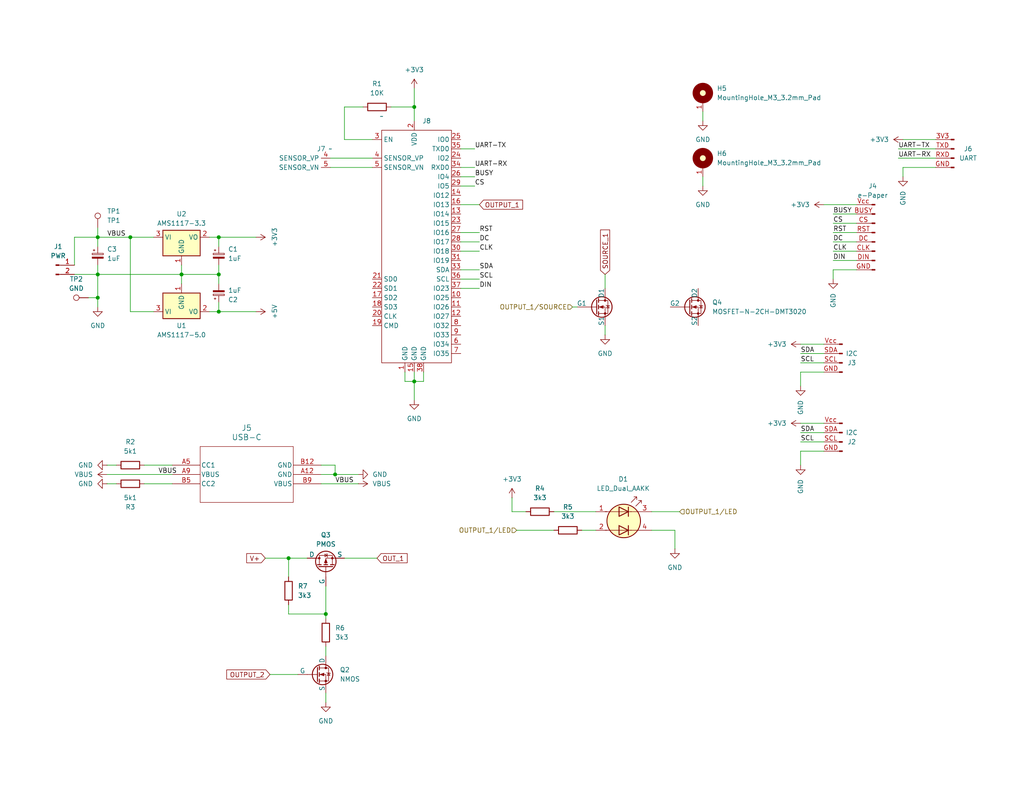
<source format=kicad_sch>
(kicad_sch (version 20231120) (generator "eeschema") (generator_version "8.0")
  (paper "USLetter")
  (title_block (title "ESP32-WROOM-32D Automation Board") (date "2024-01-15") (company "CEGEP Heritage College") (comment 1 "Alexander Bobkov"))
  (lib_symbols
    (symbol "+3V3_1" (power) (pin_numbers hide) (pin_names (offset 0) hide)
      (property "Value" "+3V3" (at 0 3.556 0))
      (symbol "+3V3_1_0_1"
        (polyline (pts (xy -0.762 1.27) (xy 0 2.54)))
        (polyline (pts (xy 0 0) (xy 0 2.54)))
        (polyline (pts (xy 0 2.54) (xy 0.762 1.27)))
      )
      (symbol "+3V3_1_1_1"
        (pin power_in line (at 0 0 90) (length 0) (name "~") (number "1"))
      )
    )
    (symbol "Alexander Symbol Library:MOSFET-N-2CH-DMT3020" (pin_numbers hide) (pin_names (offset 0))
      (property "Reference" "Q" (at 5.08 1.27 0))
      (property "Value" "MOSFET-N-2CH-DMT3020" (at -11.176 12.7 0))
      (symbol "MOSFET-N-2CH-DMT3020_0_1"
        (polyline (pts (xy 0.254 0) (xy -2.54 0)))
        (polyline (pts (xy 0.254 1.905) (xy 0.254 -1.905)) (stroke (width 0.254)))
        (polyline (pts (xy 0.762 -1.27) (xy 0.762 -2.286)) (stroke (width 0.254)))
        (polyline (pts (xy 0.762 0.508) (xy 0.762 -0.508)) (stroke (width 0.254)))
        (polyline (pts (xy 0.762 2.286) (xy 0.762 1.27)) (stroke (width 0.254)))
        (polyline (pts (xy 2.54 2.54) (xy 2.54 1.778)))
        (polyline (pts (xy 25.654 0) (xy 22.86 0)))
        (polyline (pts (xy 25.654 1.905) (xy 25.654 -1.905)) (stroke (width 0.254)))
        (polyline (pts (xy 26.162 -1.27) (xy 26.162 -2.286)) (stroke (width 0.254)))
        (polyline (pts (xy 26.162 0.508) (xy 26.162 -0.508)) (stroke (width 0.254)))
        (polyline (pts (xy 26.162 2.286) (xy 26.162 1.27)) (stroke (width 0.254)))
        (polyline (pts (xy 27.94 2.54) (xy 27.94 1.778)))
        (polyline (pts (xy 2.54 -2.54) (xy 2.54 0) (xy 0.762 0)))
        (polyline (pts (xy 27.94 -2.54) (xy 27.94 0) (xy 26.162 0)))
        (polyline (pts (xy 0.762 -1.778) (xy 3.302 -1.778) (xy 3.302 1.778) (xy 0.762 1.778)))
        (polyline (pts (xy 1.016 0) (xy 2.032 0.381) (xy 2.032 -0.381) (xy 1.016 0)) (fill (type outline)))
        (polyline (pts (xy 2.794 0.508) (xy 2.921 0.381) (xy 3.683 0.381) (xy 3.81 0.254)))
        (polyline (pts (xy 3.302 0.381) (xy 2.921 -0.254) (xy 3.683 -0.254) (xy 3.302 0.381)))
        (polyline (pts (xy 26.162 -1.778) (xy 28.702 -1.778) (xy 28.702 1.778) (xy 26.162 1.778)))
        (polyline (pts (xy 26.416 0) (xy 27.432 0.381) (xy 27.432 -0.381) (xy 26.416 0)) (fill (type outline)))
        (polyline (pts (xy 28.194 0.508) (xy 28.321 0.381) (xy 29.083 0.381) (xy 29.21 0.254)))
        (polyline (pts (xy 28.702 0.381) (xy 28.321 -0.254) (xy 29.083 -0.254) (xy 28.702 0.381)))
        (circle (center 1.651 0) (radius 2.794) (stroke (width 0.254)))
        (circle (center 2.54 -1.778) (radius 0.254) (fill (type outline)))
        (circle (center 2.54 1.778) (radius 0.254) (fill (type outline)))
        (circle (center 27.051 0) (radius 2.794) (stroke (width 0.254)))
        (circle (center 27.94 -1.778) (radius 0.254) (fill (type outline)))
        (circle (center 27.94 1.778) (radius 0.254) (fill (type outline)))
      )
      (symbol "MOSFET-N-2CH-DMT3020_1_0"
        (pin passive line (at 27.94 5.08 270) (length 2.54) hide (name "D2") (number "5"))
        (pin passive line (at 2.54 5.08 270) (length 2.54) hide (name "D1") (number "7"))
      )
      (symbol "MOSFET-N-2CH-DMT3020_1_1"
        (pin passive line (at 2.54 -5.08 90) (length 2.54) (name "S1") (number "1"))
        (pin input line (at -5.08 0 0) (length 2.54) (name "G1") (number "2"))
        (pin passive line (at 27.94 -5.08 90) (length 2.54) (name "S2") (number "3"))
        (pin input line (at 20.32 0 0) (length 2.54) (name "G2") (number "4"))
        (pin passive line (at 27.94 5.08 270) (length 2.54) (name "D2") (number "6"))
        (pin passive line (at 2.54 5.08 270) (length 2.54) (name "D1") (number "8"))
      )
    )
    (symbol "Alexander_Library_Symbols:Conn_I2C_01x04" (pin_names (offset 1.016) hide)
      (property "Reference" "J" (at 0 5.08 0))
      (property "Value" "I2C" (at 0 -7.62 0))
      (symbol "Conn_I2C_01x04_1_1"
        (polyline (pts (xy 1.27 -5.08) (xy 0.8636 -5.08)) (stroke (width 0.1524)))
        (polyline (pts (xy 1.27 -2.54) (xy 0.8636 -2.54)) (stroke (width 0.1524)))
        (polyline (pts (xy 1.27 0) (xy 0.8636 0)) (stroke (width 0.1524)))
        (polyline (pts (xy 1.27 2.54) (xy 0.8636 2.54)) (stroke (width 0.1524)))
        (rectangle (start 0.8636 -4.953) (end 0 -5.207) (stroke (width 0.1524)) (fill (type outline)))
        (rectangle (start 0.8636 -2.413) (end 0 -2.667) (stroke (width 0.1524)) (fill (type outline)))
        (rectangle (start 0.8636 0.127) (end 0 -0.127) (stroke (width 0.1524)) (fill (type outline)))
        (rectangle (start 0.8636 2.667) (end 0 2.413) (stroke (width 0.1524)) (fill (type outline)))
        (pin power_out line (at 5.08 -5.08 180) (length 3.81) (name "GND") (number "GND"))
        (pin bidirectional line (at 5.08 -2.54 180) (length 3.81) (name "SCL") (number "SCL"))
        (pin bidirectional line (at 5.08 0 180) (length 3.81) (name "SDA") (number "SDA"))
        (pin power_in line (at 5.08 2.54 180) (length 3.81) (name "VCC") (number "Vcc"))
      )
    )
    (symbol "Alexander_Library_Symbols:ESP32-WROOM-32D-SOCKET"
      (property "Reference" "J8" (at 11.0841 -1.27 0))
      (property "Value" "~" (at 0 0 0))
      (symbol "ESP32-WROOM-32D-SOCKET_0_1"
        (rectangle (start 0 -3.81) (end 19.05 -67.31))
      )
      (symbol "ESP32-WROOM-32D-SOCKET_1_0"
        (pin power_out line (at 8.89 -69.85 90) (length 2.54) (name "GND") (number "15"))
        (pin power_out line (at 11.43 -69.85 90) (length 2.54) (name "GND") (number "38"))
      )
      (symbol "ESP32-WROOM-32D-SOCKET_1_1"
        (pin power_out line (at 6.35 -69.85 90) (length 2.54) (name "GND") (number "1"))
        (pin bidirectional line (at 21.59 -49.53 180) (length 2.54) (name "IO25") (number "10"))
        (pin bidirectional line (at 21.59 -52.07 180) (length 2.54) (name "IO26") (number "11"))
        (pin bidirectional line (at 21.59 -54.61 180) (length 2.54) (name "IO27") (number "12"))
        (pin bidirectional line (at 21.59 -26.67 180) (length 2.54) (name "IO14") (number "13"))
        (pin bidirectional line (at 21.59 -21.59 180) (length 2.54) (name "IO12") (number "14"))
        (pin bidirectional line (at 21.59 -24.13 180) (length 2.54) (name "IO13") (number "16"))
        (pin input line (at -2.54 -49.53 0) (length 2.54) (name "SD2") (number "17"))
        (pin input line (at -2.54 -52.07 0) (length 2.54) (name "SD3") (number "18"))
        (pin input line (at -2.54 -57.15 0) (length 2.54) (name "CMD") (number "19"))
        (pin power_in line (at 8.89 -1.27 270) (length 2.54) (name "VDD") (number "2"))
        (pin input line (at -2.54 -54.61 0) (length 2.54) (name "CLK") (number "20"))
        (pin input line (at -2.54 -44.45 0) (length 2.54) (name "SD0") (number "21"))
        (pin input line (at -2.54 -46.99 0) (length 2.54) (name "SD1") (number "22"))
        (pin bidirectional line (at 21.59 -29.21 180) (length 2.54) (name "IO15") (number "23"))
        (pin bidirectional line (at 21.59 -11.43 180) (length 2.54) (name "IO2") (number "24"))
        (pin bidirectional line (at 21.59 -6.35 180) (length 2.54) (name "IO0") (number "25"))
        (pin bidirectional line (at 21.59 -16.51 180) (length 2.54) (name "IO4") (number "26"))
        (pin bidirectional line (at 21.59 -31.75 180) (length 2.54) (name "IO16") (number "27"))
        (pin bidirectional line (at 21.59 -34.29 180) (length 2.54) (name "IO17") (number "28"))
        (pin bidirectional line (at 21.59 -19.05 180) (length 2.54) (name "IO5") (number "29"))
        (pin input line (at -2.54 -6.35 0) (length 2.54) (name "EN") (number "3"))
        (pin bidirectional line (at 21.59 -36.83 180) (length 2.54) (name "IO18") (number "30"))
        (pin bidirectional line (at 21.59 -39.37 180) (length 2.54) (name "IO19") (number "31"))
        (pin bidirectional line (at 21.59 -41.91 180) (length 2.54) (name "SDA") (number "33"))
        (pin input line (at 21.59 -13.97 180) (length 2.54) (name "RXD0") (number "34"))
        (pin output line (at 21.59 -8.89 180) (length 2.54) (name "TXD0") (number "35"))
        (pin bidirectional line (at 21.59 -44.45 180) (length 2.54) (name "SCL") (number "36"))
        (pin bidirectional line (at 21.59 -46.99 180) (length 2.54) (name "IO23") (number "37"))
        (pin input line (at -2.54 -11.43 0) (length 2.54) (name "SENSOR_VP") (number "4"))
        (pin input line (at -2.54 -13.97 0) (length 2.54) (name "SENSOR_VN") (number "5"))
        (pin bidirectional line (at 21.59 -62.23 180) (length 2.54) (name "IO34") (number "6"))
        (pin bidirectional line (at 21.59 -64.77 180) (length 2.54) (name "IO35") (number "7"))
        (pin bidirectional line (at 21.59 -57.15 180) (length 2.54) (name "IO32") (number "8"))
        (pin bidirectional line (at 21.59 -59.69 180) (length 2.54) (name "IO33") (number "9"))
      )
    )
    (symbol "Alexander_Library_Symbols:ESP32_PADS_VN-VP"
      (property "Reference" "J" (at 0 0 0))
      (symbol "ESP32_PADS_VN-VP_1_1"
        (pin bidirectional line (at 0 -2.54 180) (length 2.54) (name "SENSOR_VP") (number "4"))
        (pin bidirectional line (at 0 -5.08 180) (length 2.54) (name "SENSOR_VN") (number "5"))
      )
    )
    (symbol "Alexander_Library_Symbols:USB-C RCP USB2.0 6POS (B)" (pin_names (offset 0.254))
      (property "Reference" "J" (at 20.32 10.16 0))
      (property "Value" "USB-C" (at 20.32 7.62 0))
      (symbol "USB-C RCP USB2.0 6POS (B)_0_1"
        (polyline (pts (xy 7.62 -10.16) (xy 33.02 -10.16)) (stroke (width 0.127)))
        (polyline (pts (xy 7.62 5.08) (xy 7.62 -10.16)) (stroke (width 0.127)))
        (polyline (pts (xy 33.02 -10.16) (xy 33.02 5.08)) (stroke (width 0.127)))
        (polyline (pts (xy 33.02 5.08) (xy 7.62 5.08)) (stroke (width 0.127)))
        (pin power_out line (at 40.64 -2.54 180) (length 7.62) (name "GND") (number "A12"))
        (pin bidirectional line (at 0 0 0) (length 7.62) (name "CC1") (number "A5"))
        (pin power_in line (at 0 -2.54 0) (length 7.62) (name "VBUS") (number "A9"))
        (pin power_out line (at 40.64 0 180) (length 7.62) (name "GND") (number "B12"))
        (pin bidirectional line (at 0 -5.08 0) (length 7.62) (name "CC2") (number "B5"))
        (pin power_in line (at 40.64 -5.08 180) (length 7.62) (name "VBUS") (number "B9"))
      )
    )
    (symbol "Conn_UART_1" (pin_names (offset 1.016) hide)
      (property "Reference" "J" (at 1.27 3.81 0))
      (property "Value" "UART" (at 2.54 -10.16 0))
      (symbol "Conn_UART_1_1_1"
        (polyline (pts (xy 1.27 -7.62) (xy 0.8636 -7.62)) (stroke (width 0.1524)))
        (polyline (pts (xy 1.27 -5.08) (xy 0.8636 -5.08)) (stroke (width 0.1524)))
        (polyline (pts (xy 1.27 -2.54) (xy 0.8636 -2.54)) (stroke (width 0.1524)))
        (polyline (pts (xy 1.27 0) (xy 0.8636 0)) (stroke (width 0.1524)))
        (rectangle (start 0.8636 -7.493) (end 0 -7.747) (stroke (width 0.1524)) (fill (type outline)))
        (rectangle (start 0.8636 -4.953) (end 0 -5.207) (stroke (width 0.1524)) (fill (type outline)))
        (rectangle (start 0.8636 -2.413) (end 0 -2.667) (stroke (width 0.1524)) (fill (type outline)))
        (rectangle (start 0.8636 0.127) (end 0 -0.127) (stroke (width 0.1524)) (fill (type outline)))
        (pin power_in line (at 5.08 0 180) (length 3.81) (name "3V3") (number "3V3"))
        (pin power_out line (at 5.08 -7.62 180) (length 3.81) (name "GND") (number "GND"))
        (pin input line (at 5.08 -5.08 180) (length 3.81) (name "RXD") (number "RXD"))
        (pin output line (at 5.08 -2.54 180) (length 3.81) (name "TXD") (number "TXD"))
      )
    )
    (symbol "Conn_ePaper_01x08_1" (pin_names (offset 1.016) hide)
      (property "Reference" "J" (at 0 10.16 0))
      (property "Value" "e-Paper" (at 3.81 -12.7 0))
      (symbol "Conn_ePaper_01x08_1_1_1"
        (polyline (pts (xy 1.27 -10.16) (xy 0.8636 -10.16)) (stroke (width 0.1524)))
        (polyline (pts (xy 1.27 -7.62) (xy 0.8636 -7.62)) (stroke (width 0.1524)))
        (polyline (pts (xy 1.27 -5.08) (xy 0.8636 -5.08)) (stroke (width 0.1524)))
        (polyline (pts (xy 1.27 -2.54) (xy 0.8636 -2.54)) (stroke (width 0.1524)))
        (polyline (pts (xy 1.27 0) (xy 0.8636 0)) (stroke (width 0.1524)))
        (polyline (pts (xy 1.27 2.54) (xy 0.8636 2.54)) (stroke (width 0.1524)))
        (polyline (pts (xy 1.27 5.08) (xy 0.8636 5.08)) (stroke (width 0.1524)))
        (polyline (pts (xy 1.27 7.62) (xy 0.8636 7.62)) (stroke (width 0.1524)))
        (rectangle (start 0.8636 -10.033) (end 0 -10.287) (stroke (width 0.1524)) (fill (type outline)))
        (rectangle (start 0.8636 -7.493) (end 0 -7.747) (stroke (width 0.1524)) (fill (type outline)))
        (rectangle (start 0.8636 -4.953) (end 0 -5.207) (stroke (width 0.1524)) (fill (type outline)))
        (rectangle (start 0.8636 -2.413) (end 0 -2.667) (stroke (width 0.1524)) (fill (type outline)))
        (rectangle (start 0.8636 0.127) (end 0 -0.127) (stroke (width 0.1524)) (fill (type outline)))
        (rectangle (start 0.8636 2.667) (end 0 2.413) (stroke (width 0.1524)) (fill (type outline)))
        (rectangle (start 0.8636 5.207) (end 0 4.953) (stroke (width 0.1524)) (fill (type outline)))
        (rectangle (start 0.8636 7.747) (end 0 7.493) (stroke (width 0.1524)) (fill (type outline)))
        (pin bidirectional line (at 5.08 5.08 180) (length 3.81) (name "BUSY") (number "BUSY"))
        (pin input line (at 5.08 -5.08 180) (length 3.81) (name "CLK") (number "CLK"))
        (pin input line (at 5.08 2.54 180) (length 3.81) (name "CS") (number "CS"))
        (pin bidirectional line (at 5.08 -2.54 180) (length 3.81) (name "DC") (number "DC"))
        (pin bidirectional line (at 5.08 -7.62 180) (length 3.81) (name "DIN") (number "DIN"))
        (pin power_out line (at 5.08 -10.16 180) (length 3.81) (name "GND") (number "GND"))
        (pin input line (at 5.08 0 180) (length 3.81) (name "RST") (number "RST"))
        (pin power_in line (at 5.08 7.62 180) (length 3.81) (name "Vcc") (number "Vcc"))
      )
    )
    (symbol "Connector:Conn_01x02_Pin" (pin_names (offset 1.016) hide)
      (property "Reference" "J" (at 0 2.54 0))
      (property "Value" "Conn_01x02_Pin" (at 0 -5.08 0))
      (symbol "Conn_01x02_Pin_1_1"
        (polyline (pts (xy 1.27 -2.54) (xy 0.8636 -2.54)) (stroke (width 0.1524)))
        (polyline (pts (xy 1.27 0) (xy 0.8636 0)) (stroke (width 0.1524)))
        (rectangle (start 0.8636 -2.413) (end 0 -2.667) (stroke (width 0.1524)) (fill (type outline)))
        (rectangle (start 0.8636 0.127) (end 0 -0.127) (stroke (width 0.1524)) (fill (type outline)))
        (pin passive line (at 5.08 0 180) (length 3.81) (name "Pin_1") (number "1"))
        (pin passive line (at 5.08 -2.54 180) (length 3.81) (name "Pin_2") (number "2"))
      )
    )
    (symbol "Connector:TestPoint" (pin_numbers hide) (pin_names (offset 0.762) hide)
      (property "Reference" "TP" (at 0 6.858 0))
      (property "Value" "TestPoint" (at 0 5.08 0))
      (symbol "TestPoint_0_1"
        (circle (center 0 3.302) (radius 0.762))
      )
      (symbol "TestPoint_1_1"
        (pin passive line (at 0 0 90) (length 2.54) (name "1") (number "1"))
      )
    )
    (symbol "Device:C_Polarized_Small" (pin_numbers hide) (pin_names (offset 0.254) hide)
      (property "Reference" "C" (at 0.254 1.778 0))
      (property "Value" "C_Polarized_Small" (at 0.254 -2.032 0))
      (symbol "C_Polarized_Small_0_1"
        (rectangle (start -1.524 -0.3048) (end 1.524 -0.6858) (fill (type outline)))
        (rectangle (start -1.524 0.6858) (end 1.524 0.3048))
        (polyline (pts (xy -1.27 1.524) (xy -0.762 1.524)))
        (polyline (pts (xy -1.016 1.27) (xy -1.016 1.778)))
      )
      (symbol "C_Polarized_Small_1_1"
        (pin passive line (at 0 2.54 270) (length 1.8542) (name "~") (number "1"))
        (pin passive line (at 0 -2.54 90) (length 1.8542) (name "~") (number "2"))
      )
    )
    (symbol "Device:LED_Dual_AAKK" (pin_names (offset 0) hide)
      (property "Reference" "D" (at 0 5.715 0))
      (property "Value" "LED_Dual_AAKK" (at 0 -6.35 0))
      (symbol "LED_Dual_AAKK_0_1"
        (polyline (pts (xy -5.08 -2.54) (xy 2.032 -2.54)))
        (polyline (pts (xy -5.08 2.54) (xy 2.032 2.54)))
        (polyline (pts (xy 1.27 -1.27) (xy 1.27 -3.81)) (stroke (width 0.254)))
        (polyline (pts (xy 1.27 3.81) (xy 1.27 1.27)) (stroke (width 0.254)))
        (polyline (pts (xy 3.81 -2.54) (xy 1.905 -2.54)))
        (polyline (pts (xy 3.81 2.54) (xy 1.905 2.54)))
        (polyline (pts (xy -1.27 -1.27) (xy -1.27 -3.81) (xy 1.27 -2.54) (xy -1.27 -1.27)) (stroke (width 0.254)))
        (polyline (pts (xy -1.27 3.81) (xy -1.27 1.27) (xy 1.27 2.54) (xy -1.27 3.81)) (stroke (width 0.254)))
        (polyline (pts (xy 2.032 5.08) (xy 3.556 6.604) (xy 2.794 6.604) (xy 3.556 6.604) (xy 3.556 5.842)))
        (polyline (pts (xy 3.302 4.064) (xy 4.826 5.588) (xy 4.064 5.588) (xy 4.826 5.588) (xy 4.826 4.826)))
        (circle (center 0 0) (radius 4.572) (stroke (width 0.254)) (fill (type background)))
      )
      (symbol "LED_Dual_AAKK_1_1"
        (pin input line (at -7.62 2.54 0) (length 3.048) (name "A1") (number "1"))
        (pin input line (at -7.62 -2.54 0) (length 3.048) (name "A2") (number "2"))
        (pin input line (at 7.62 2.54 180) (length 3.81) (name "K1") (number "3"))
        (pin input line (at 7.62 -2.54 180) (length 3.81) (name "K2") (number "4"))
      )
    )
    (symbol "Device:R" (pin_numbers hide) (pin_names (offset 0))
      (property "Reference" "R" (at 2.032 0 90))
      (property "Value" "R" (at 0 0 90))
      (symbol "R_0_1"
        (rectangle (start -1.016 -2.54) (end 1.016 2.54) (stroke (width 0.254)))
      )
      (symbol "R_1_1"
        (pin passive line (at 0 3.81 270) (length 1.27) (name "~") (number "1"))
        (pin passive line (at 0 -3.81 90) (length 1.27) (name "~") (number "2"))
      )
    )
    (symbol "GND_1" (power) (pin_numbers hide) (pin_names (offset 0) hide)
      (property "Value" "GND" (at 0 -3.81 0))
      (symbol "GND_1_0_1"
        (polyline (pts (xy 0 0) (xy 0 -1.27) (xy 1.27 -1.27) (xy 0 -2.54) (xy -1.27 -1.27) (xy 0 -1.27)))
      )
      (symbol "GND_1_1_1"
        (pin power_in line (at 0 0 270) (length 0) (name "~") (number "1"))
      )
    )
    (symbol "GND_2" (power) (pin_numbers hide) (pin_names (offset 0) hide)
      (property "Value" "GND" (at 0 -3.81 0))
      (symbol "GND_2_0_1"
        (polyline (pts (xy 0 0) (xy 0 -1.27) (xy 1.27 -1.27) (xy 0 -2.54) (xy -1.27 -1.27) (xy 0 -1.27)))
      )
      (symbol "GND_2_1_1"
        (pin power_in line (at 0 0 270) (length 0) (name "~") (number "1"))
      )
    )
    (symbol "GND_3" (power) (pin_numbers hide) (pin_names (offset 0) hide)
      (property "Value" "GND" (at 0 -3.81 0))
      (symbol "GND_3_0_1"
        (polyline (pts (xy 0 0) (xy 0 -1.27) (xy 1.27 -1.27) (xy 0 -2.54) (xy -1.27 -1.27) (xy 0 -1.27)))
      )
      (symbol "GND_3_1_1"
        (pin power_in line (at 0 0 270) (length 0) (name "~") (number "1"))
      )
    )
    (symbol "GND_4" (power) (pin_numbers hide) (pin_names (offset 0) hide)
      (property "Value" "GND" (at 0 -3.81 0))
      (symbol "GND_4_0_1"
        (polyline (pts (xy 0 0) (xy 0 -1.27) (xy 1.27 -1.27) (xy 0 -2.54) (xy -1.27 -1.27) (xy 0 -1.27)))
      )
      (symbol "GND_4_1_1"
        (pin power_in line (at 0 0 270) (length 0) (name "~") (number "1"))
      )
    )
    (symbol "GND_5" (power) (pin_numbers hide) (pin_names (offset 0) hide)
      (property "Value" "GND" (at 0 -3.81 0))
      (symbol "GND_5_0_1"
        (polyline (pts (xy 0 0) (xy 0 -1.27) (xy 1.27 -1.27) (xy 0 -2.54) (xy -1.27 -1.27) (xy 0 -1.27)))
      )
      (symbol "GND_5_1_1"
        (pin power_in line (at 0 0 270) (length 0) (name "~") (number "1"))
      )
    )
    (symbol "GND_6" (power) (pin_numbers hide) (pin_names (offset 0) hide)
      (property "Value" "GND" (at 0 -3.81 0))
      (symbol "GND_6_0_1"
        (polyline (pts (xy 0 0) (xy 0 -1.27) (xy 1.27 -1.27) (xy 0 -2.54) (xy -1.27 -1.27) (xy 0 -1.27)))
      )
      (symbol "GND_6_1_1"
        (pin power_in line (at 0 0 270) (length 0) (name "~") (number "1"))
      )
    )
    (symbol "GND_7" (power) (pin_numbers hide) (pin_names (offset 0) hide)
      (property "Value" "GND" (at 0 -3.81 0))
      (symbol "GND_7_0_1"
        (polyline (pts (xy 0 0) (xy 0 -1.27) (xy 1.27 -1.27) (xy 0 -2.54) (xy -1.27 -1.27) (xy 0 -1.27)))
      )
      (symbol "GND_7_1_1"
        (pin power_in line (at 0 0 270) (length 0) (name "~") (number "1"))
      )
    )
    (symbol "GND_8" (power) (pin_numbers hide) (pin_names (offset 0) hide)
      (property "Value" "GND" (at 0 -3.81 0))
      (symbol "GND_8_0_1"
        (polyline (pts (xy 0 0) (xy 0 -1.27) (xy 1.27 -1.27) (xy 0 -2.54) (xy -1.27 -1.27) (xy 0 -1.27)))
      )
      (symbol "GND_8_1_1"
        (pin power_in line (at 0 0 270) (length 0) (name "~") (number "1"))
      )
    )
    (symbol "PCM_SL_Mechanical:MountingHole_M3_3.2mm_Pad"
      (property "Reference" "H" (at 0 7.62 0))
      (property "Value" "MountingHole_M3_3.2mm_Pad" (at 0 5.08 0))
      (symbol "MountingHole_M3_3.2mm_Pad_0_1"
        (circle (center 0 0) (radius 1.27) (fill (type background)))
        (circle (center 0 0) (radius 1.7961) (stroke (width 2)))
      )
      (symbol "MountingHole_M3_3.2mm_Pad_1_1"
        (pin passive line (at 0 -5.08 90) (length 2.54) (name "") (number "1"))
      )
    )
    (symbol "Regulator_Linear:AMS1117-3.3"
      (property "Reference" "U" (at -3.81 3.175 0))
      (property "Value" "AMS1117-3.3" (at 0 3.175 0))
      (symbol "AMS1117-3.3_0_1"
        (rectangle (start -5.08 -5.08) (end 5.08 1.905) (stroke (width 0.254)) (fill (type background)))
      )
      (symbol "AMS1117-3.3_1_1"
        (pin power_in line (at 0 -7.62 90) (length 2.54) (name "GND") (number "1"))
        (pin power_out line (at 7.62 0 180) (length 2.54) (name "VO") (number "2"))
        (pin power_in line (at -7.62 0 0) (length 2.54) (name "VI") (number "3"))
      )
    )
    (symbol "Regulator_Linear:AMS1117-5.0"
      (property "Reference" "U" (at -3.81 3.175 0))
      (property "Value" "AMS1117-5.0" (at 0 3.175 0))
      (symbol "AMS1117-5.0_0_1"
        (rectangle (start -5.08 -5.08) (end 5.08 1.905) (stroke (width 0.254)) (fill (type background)))
      )
      (symbol "AMS1117-5.0_1_1"
        (pin power_in line (at 0 -7.62 90) (length 2.54) (name "GND") (number "1"))
        (pin power_out line (at 7.62 0 180) (length 2.54) (name "VO") (number "2"))
        (pin power_in line (at -7.62 0 0) (length 2.54) (name "VI") (number "3"))
      )
    )
    (symbol "Simulation_SPICE:NMOS" (pin_numbers hide) (pin_names (offset 0))
      (property "Reference" "Q" (at 5.08 1.27 0))
      (property "Value" "NMOS" (at 5.08 -1.27 0))
      (symbol "NMOS_0_1"
        (polyline (pts (xy 0.254 0) (xy -2.54 0)))
        (polyline (pts (xy 0.254 1.905) (xy 0.254 -1.905)) (stroke (width 0.254)))
        (polyline (pts (xy 0.762 -1.27) (xy 0.762 -2.286)) (stroke (width 0.254)))
        (polyline (pts (xy 0.762 0.508) (xy 0.762 -0.508)) (stroke (width 0.254)))
        (polyline (pts (xy 0.762 2.286) (xy 0.762 1.27)) (stroke (width 0.254)))
        (polyline (pts (xy 2.54 2.54) (xy 2.54 1.778)))
        (polyline (pts (xy 2.54 -2.54) (xy 2.54 0) (xy 0.762 0)))
        (polyline (pts (xy 0.762 -1.778) (xy 3.302 -1.778) (xy 3.302 1.778) (xy 0.762 1.778)))
        (polyline (pts (xy 1.016 0) (xy 2.032 0.381) (xy 2.032 -0.381) (xy 1.016 0)) (fill (type outline)))
        (polyline (pts (xy 2.794 0.508) (xy 2.921 0.381) (xy 3.683 0.381) (xy 3.81 0.254)))
        (polyline (pts (xy 3.302 0.381) (xy 2.921 -0.254) (xy 3.683 -0.254) (xy 3.302 0.381)))
        (circle (center 1.651 0) (radius 2.794) (stroke (width 0.254)))
        (circle (center 2.54 -1.778) (radius 0.254) (fill (type outline)))
        (circle (center 2.54 1.778) (radius 0.254) (fill (type outline)))
      )
      (symbol "NMOS_1_1"
        (pin passive line (at 2.54 5.08 270) (length 2.54) (name "D") (number "1"))
        (pin input line (at -5.08 0 0) (length 2.54) (name "G") (number "2"))
        (pin passive line (at 2.54 -5.08 90) (length 2.54) (name "S") (number "3"))
      )
    )
    (symbol "Simulation_SPICE:PMOS" (pin_numbers hide) (pin_names (offset 0))
      (property "Reference" "Q" (at 5.08 1.27 0))
      (property "Value" "PMOS" (at 5.08 -1.27 0))
      (symbol "PMOS_0_1"
        (polyline (pts (xy 0.254 0) (xy -2.54 0)))
        (polyline (pts (xy 0.254 1.905) (xy 0.254 -1.905)) (stroke (width 0.254)))
        (polyline (pts (xy 0.762 -1.27) (xy 0.762 -2.286)) (stroke (width 0.254)))
        (polyline (pts (xy 0.762 0.508) (xy 0.762 -0.508)) (stroke (width 0.254)))
        (polyline (pts (xy 0.762 2.286) (xy 0.762 1.27)) (stroke (width 0.254)))
        (polyline (pts (xy 2.54 2.54) (xy 2.54 1.778)))
        (polyline (pts (xy 2.54 -2.54) (xy 2.54 0) (xy 0.762 0)))
        (polyline (pts (xy 0.762 1.778) (xy 3.302 1.778) (xy 3.302 -1.778) (xy 0.762 -1.778)))
        (polyline (pts (xy 2.286 0) (xy 1.27 0.381) (xy 1.27 -0.381) (xy 2.286 0)) (fill (type outline)))
        (polyline (pts (xy 2.794 -0.508) (xy 2.921 -0.381) (xy 3.683 -0.381) (xy 3.81 -0.254)))
        (polyline (pts (xy 3.302 -0.381) (xy 2.921 0.254) (xy 3.683 0.254) (xy 3.302 -0.381)))
        (circle (center 1.651 0) (radius 2.794) (stroke (width 0.254)))
        (circle (center 2.54 -1.778) (radius 0.254) (fill (type outline)))
        (circle (center 2.54 1.778) (radius 0.254) (fill (type outline)))
      )
      (symbol "PMOS_1_1"
        (pin passive line (at 2.54 5.08 270) (length 2.54) (name "D") (number "1"))
        (pin input line (at -5.08 0 0) (length 2.54) (name "G") (number "2"))
        (pin passive line (at 2.54 -5.08 90) (length 2.54) (name "S") (number "3"))
      )
    )
    (symbol "power:+3V3" (power) (pin_names (offset 0))
      (property "Value" "+3V3" (at 0 3.556 0))
      (symbol "+3V3_0_1"
        (polyline (pts (xy -0.762 1.27) (xy 0 2.54)))
        (polyline (pts (xy 0 0) (xy 0 2.54)))
        (polyline (pts (xy 0 2.54) (xy 0.762 1.27)))
      )
      (symbol "+3V3_1_1"
        (pin power_in line (at 0 0 90) (length 0) hide (name "+3V3") (number "1"))
      )
    )
    (symbol "power:+5V" (power) (pin_names (offset 0))
      (property "Value" "+5V" (at 0 3.556 0))
      (symbol "+5V_0_1"
        (polyline (pts (xy -0.762 1.27) (xy 0 2.54)))
        (polyline (pts (xy 0 0) (xy 0 2.54)))
        (polyline (pts (xy 0 2.54) (xy 0.762 1.27)))
      )
      (symbol "+5V_1_1"
        (pin power_in line (at 0 0 90) (length 0) hide (name "+5V") (number "1"))
      )
    )
    (symbol "power:GND" (power) (pin_names (offset 0))
      (property "Value" "GND" (at 0 -3.81 0))
      (symbol "GND_0_1"
        (polyline (pts (xy 0 0) (xy 0 -1.27) (xy 1.27 -1.27) (xy 0 -2.54) (xy -1.27 -1.27) (xy 0 -1.27)))
      )
      (symbol "GND_1_1"
        (pin power_in line (at 0 0 270) (length 0) hide (name "GND") (number "1"))
      )
    )
    (symbol "power:VBUS" (power) (pin_numbers hide) (pin_names (offset 0) hide)
      (property "Value" "VBUS" (at 0 3.556 0))
      (symbol "VBUS_0_1"
        (polyline (pts (xy -0.762 1.27) (xy 0 2.54)))
        (polyline (pts (xy 0 0) (xy 0 2.54)))
        (polyline (pts (xy 0 2.54) (xy 0.762 1.27)))
      )
      (symbol "VBUS_1_1"
        (pin power_in line (at 0 0 90) (length 0) (name "~") (number "1"))
      )
    )
  )
  (junction (at 113.03 29.21))
  (junction (at 78.74 152.4))
  (junction (at 113.03 104.14))
  (junction (at 35.56 64.77))
  (junction (at 59.69 74.93))
  (junction (at 26.67 81.28))
  (junction (at 26.67 74.93))
  (junction (at 91.44 129.54))
  (junction (at 59.69 64.77))
  (junction (at 59.69 85.09))
  (junction (at 26.67 64.77))
  (junction (at 88.9 167.64))
  (junction (at 49.53 74.93))
  (wire (pts (xy 57.15 85.09) (xy 59.69 85.09)))
  (wire (pts (xy 59.69 67.31) (xy 59.69 64.77)))
  (wire (pts (xy 227.33 73.66) (xy 227.33 76.2)))
  (wire (pts (xy 110.49 104.14) (xy 113.03 104.14)))
  (wire (pts (xy 125.73 66.04) (xy 130.81 66.04)))
  (wire (pts (xy 113.03 101.6) (xy 113.03 104.14)))
  (wire (pts (xy 245.11 40.64) (xy 255.27 40.64)))
  (wire (pts (xy 59.69 74.93) (xy 59.69 77.47)))
  (wire (pts (xy 26.67 64.77) (xy 26.67 67.31)))
  (wire (pts (xy 35.56 64.77) (xy 35.56 85.09)))
  (wire (pts (xy 125.73 68.58) (xy 130.81 68.58)))
  (wire (pts (xy 246.38 45.72) (xy 246.38 48.26)))
  (wire (pts (xy 88.9 168.91) (xy 88.9 167.64)))
  (wire (pts (xy 49.53 74.93) (xy 59.69 74.93)))
  (wire (pts (xy 106.68 29.21) (xy 113.03 29.21)))
  (wire (pts (xy 49.53 77.47) (xy 49.53 74.93)))
  (wire (pts (xy 227.33 71.12) (xy 233.68 71.12)))
  (wire (pts (xy 59.69 72.39) (xy 59.69 74.93)))
  (wire (pts (xy 20.32 64.77) (xy 20.32 72.39)))
  (wire (pts (xy 245.11 43.18) (xy 255.27 43.18)))
  (wire (pts (xy 191.77 30.48) (xy 191.77 33.02)))
  (wire (pts (xy 87.63 132.08) (xy 97.79 132.08)))
  (wire (pts (xy 125.73 78.74) (xy 130.81 78.74)))
  (wire (pts (xy 151.13 139.7) (xy 162.56 139.7)))
  (wire (pts (xy 93.98 29.21) (xy 93.98 38.1)))
  (wire (pts (xy 125.73 76.2) (xy 130.81 76.2)))
  (wire (pts (xy 87.63 127) (xy 91.44 127)))
  (wire (pts (xy 88.9 189.23) (xy 88.9 191.77)))
  (wire (pts (xy 227.33 58.42) (xy 233.68 58.42)))
  (wire (pts (xy 88.9 160.02) (xy 88.9 167.64)))
  (wire (pts (xy 87.63 129.54) (xy 91.44 129.54)))
  (wire (pts (xy 158.75 144.78) (xy 162.56 144.78)))
  (wire (pts (xy 184.15 144.78) (xy 184.15 149.86)))
  (wire (pts (xy 165.1 88.9) (xy 165.1 91.44)))
  (wire (pts (xy 224.79 123.19) (xy 218.44 123.19)))
  (wire (pts (xy 125.73 55.88) (xy 130.81 55.88)))
  (wire (pts (xy 78.74 152.4) (xy 78.74 157.48)))
  (wire (pts (xy 227.33 60.96) (xy 233.68 60.96)))
  (wire (pts (xy 125.73 73.66) (xy 130.81 73.66)))
  (wire (pts (xy 20.32 74.93) (xy 26.67 74.93)))
  (wire (pts (xy 29.21 129.54) (xy 46.99 129.54)))
  (wire (pts (xy 78.74 152.4) (xy 83.82 152.4)))
  (wire (pts (xy 39.37 132.08) (xy 46.99 132.08)))
  (wire (pts (xy 93.98 152.4) (xy 102.87 152.4)))
  (wire (pts (xy 140.97 144.78) (xy 151.13 144.78)))
  (wire (pts (xy 255.27 45.72) (xy 246.38 45.72)))
  (wire (pts (xy 35.56 64.77) (xy 41.91 64.77)))
  (wire (pts (xy 88.9 176.53) (xy 88.9 179.07)))
  (wire (pts (xy 115.57 101.6) (xy 115.57 104.14)))
  (wire (pts (xy 125.73 63.5) (xy 130.81 63.5)))
  (wire (pts (xy 78.74 167.64) (xy 88.9 167.64)))
  (wire (pts (xy 165.1 74.93) (xy 165.1 78.74)))
  (wire (pts (xy 218.44 120.65) (xy 224.79 120.65)))
  (wire (pts (xy 41.91 85.09) (xy 35.56 85.09)))
  (wire (pts (xy 224.79 55.88) (xy 233.68 55.88)))
  (wire (pts (xy 125.73 40.64) (xy 129.54 40.64)))
  (wire (pts (xy 29.21 127) (xy 31.75 127)))
  (wire (pts (xy 26.67 64.77) (xy 35.56 64.77)))
  (wire (pts (xy 72.39 152.4) (xy 78.74 152.4)))
  (wire (pts (xy 26.67 62.23) (xy 26.67 64.77)))
  (wire (pts (xy 139.7 139.7) (xy 139.7 135.89)))
  (wire (pts (xy 24.13 81.28) (xy 26.67 81.28)))
  (wire (pts (xy 218.44 123.19) (xy 218.44 127)))
  (wire (pts (xy 246.38 38.1) (xy 255.27 38.1)))
  (wire (pts (xy 227.33 73.66) (xy 233.68 73.66)))
  (wire (pts (xy 26.67 72.39) (xy 26.67 74.93)))
  (wire (pts (xy 57.15 64.77) (xy 59.69 64.77)))
  (wire (pts (xy 93.98 29.21) (xy 99.06 29.21)))
  (wire (pts (xy 113.03 24.13) (xy 113.03 29.21)))
  (wire (pts (xy 177.8 144.78) (xy 184.15 144.78)))
  (wire (pts (xy 59.69 85.09) (xy 69.85 85.09)))
  (wire (pts (xy 218.44 96.52) (xy 224.79 96.52)))
  (wire (pts (xy 227.33 68.58) (xy 233.68 68.58)))
  (wire (pts (xy 91.44 127) (xy 91.44 129.54)))
  (wire (pts (xy 90.17 45.72) (xy 101.6 45.72)))
  (wire (pts (xy 218.44 101.6) (xy 218.44 105.41)))
  (wire (pts (xy 91.44 129.54) (xy 97.79 129.54)))
  (wire (pts (xy 26.67 81.28) (xy 26.67 83.82)))
  (wire (pts (xy 125.73 48.26) (xy 129.54 48.26)))
  (wire (pts (xy 20.32 64.77) (xy 26.67 64.77)))
  (wire (pts (xy 218.44 99.06) (xy 224.79 99.06)))
  (wire (pts (xy 125.73 50.8) (xy 129.54 50.8)))
  (wire (pts (xy 113.03 104.14) (xy 113.03 109.22)))
  (wire (pts (xy 115.57 104.14) (xy 113.03 104.14)))
  (wire (pts (xy 59.69 82.55) (xy 59.69 85.09)))
  (wire (pts (xy 59.69 64.77) (xy 69.85 64.77)))
  (wire (pts (xy 227.33 63.5) (xy 233.68 63.5)))
  (wire (pts (xy 224.79 101.6) (xy 218.44 101.6)))
  (wire (pts (xy 90.17 43.18) (xy 101.6 43.18)))
  (wire (pts (xy 218.44 118.11) (xy 224.79 118.11)))
  (wire (pts (xy 39.37 127) (xy 46.99 127)))
  (wire (pts (xy 113.03 29.21) (xy 113.03 33.02)))
  (wire (pts (xy 227.33 66.04) (xy 233.68 66.04)))
  (wire (pts (xy 49.53 72.39) (xy 49.53 74.93)))
  (wire (pts (xy 157.48 83.82) (xy 156.21 83.82)))
  (wire (pts (xy 73.66 184.15) (xy 81.28 184.15)))
  (wire (pts (xy 218.44 115.57) (xy 224.79 115.57)))
  (wire (pts (xy 143.51 139.7) (xy 139.7 139.7)))
  (wire (pts (xy 191.77 48.26) (xy 191.77 50.8)))
  (wire (pts (xy 26.67 74.93) (xy 26.67 81.28)))
  (wire (pts (xy 177.8 139.7) (xy 185.42 139.7)))
  (wire (pts (xy 26.67 74.93) (xy 49.53 74.93)))
  (wire (pts (xy 110.49 101.6) (xy 110.49 104.14)))
  (wire (pts (xy 125.73 45.72) (xy 129.54 45.72)))
  (wire (pts (xy 31.75 132.08) (xy 29.21 132.08)))
  (wire (pts (xy 78.74 165.1) (xy 78.74 167.64)))
  (wire (pts (xy 93.98 38.1) (xy 101.6 38.1)))
  (wire (pts (xy 218.44 93.98) (xy 224.79 93.98)))
  (label "RST" (at 130.81 63.5 0))
  (label "SCL" (at 130.81 76.2 0))
  (label "SDA" (at 218.44 118.11 0))
  (label "DIN" (at 130.81 78.74 0))
  (label "DIN" (at 227.33 71.12 0))
  (label "SDA" (at 218.44 96.52 0))
  (label "SCL" (at 218.44 120.65 0))
  (label "CS" (at 129.54 50.8 0))
  (label "SDA" (at 130.81 73.66 0))
  (label "VBUS" (at 29.21 64.77 0))
  (label "DC" (at 130.81 66.04 0))
  (label "UART-RX" (at 245.11 43.18 0))
  (label "SCL" (at 218.44 99.06 0))
  (label "VBUS" (at 43.18 129.54 0))
  (label "UART-RX" (at 129.54 45.72 0))
  (label "DC" (at 227.33 66.04 0))
  (label "CLK" (at 227.33 68.58 0))
  (label "UART-TX" (at 129.54 40.64 0))
  (label "VBUS" (at 91.44 132.08 0))
  (label "UART-TX" (at 245.11 40.64 0))
  (label "CLK" (at 130.81 68.58 0))
  (label "CS" (at 227.33 60.96 0))
  (label "BUSY" (at 227.33 58.42 0))
  (label "RST" (at 227.33 63.5 0))
  (label "BUSY" (at 129.54 48.26 0))
  (global_label "OUTPUT_2" (shape input) (at 73.66 184.15 180) (property "Intersheetrefs" "${INTERSHEET_REFS}" (effects (hide yes))))
  (global_label "OUTPUT_1" (shape input) (at 130.81 55.88 0) (property "Intersheetrefs" "${INTERSHEET_REFS}" (effects (hide yes))))
  (global_label "V+" (shape input) (at 72.39 152.4 180) (property "Intersheetrefs" "${INTERSHEET_REFS}" (effects (hide yes))))
  (global_label "SOURCE_1" (shape input) (at 165.1 74.93 90) (property "Intersheetrefs" "${INTERSHEET_REFS}" (effects (hide yes))))
  (global_label "OUT_1" (shape input) (at 102.87 152.4 0) (property "Intersheetrefs" "${INTERSHEET_REFS}" (effects (hide yes))))
  (hierarchical_label "OUTPUT_1{slash}SOURCE" (shape input) (at 156.21 83.82 180))
  (hierarchical_label "OUTPUT_1{slash}LED" (shape input) (at 140.97 144.78 180))
  (hierarchical_label "OUTPUT_1{slash}LED" (shape input) (at 185.42 139.7 0))
  (symbol (lib_id "Connector:TestPoint") (at 26.67 62.23 0) (unit 1)
    (property "Reference" "TP1" (at 29.21 57.658 0) (effects (justify left)))
    (property "Value" "TP1" (at 29.21 60.198 0) (effects (justify left)))
    (property "Footprint" "Alexander Footprints Library:TestPoint_D2.5mm" (effects (hide yes)))
  )
  (symbol (lib_name "GND_3") (lib_id "power:GND") (at 29.21 132.08 270) (unit 1)
    (property "Reference" "#PWR06" (effects (hide yes)))
    (property "Value" "GND" (at 25.4 132.0801 90) (effects (justify right)))
    (property "Description" "Power symbol creates a global label with name \"GND\" , ground" (effects (hide yes)))
  )
  (symbol (lib_id "Device:C_Polarized_Small") (at 26.67 69.85 0) (unit 1)
    (property "Reference" "C3" (at 29.21 68.0339 0) (effects (justify left)))
    (property "Value" "1uF" (at 29.21 70.5739 0) (effects (justify left)))
    (property "Footprint" "Capacitor_THT:CP_Radial_D4.0mm_P2.00mm" (effects (hide yes)))
  )
  (symbol (lib_name "GND_7") (lib_id "power:GND") (at 184.15 149.86 0) (unit 1)
    (property "Reference" "#PWR023" (effects (hide yes)))
    (property "Value" "GND" (at 184.15 154.94 0))
    (property "Description" "Power symbol creates a global label with name \"GND\" , ground" (effects (hide yes)))
  )
  (symbol (lib_id "power:GND") (at 26.67 83.82 0) (unit 1)
    (property "Reference" "#PWR03" (effects (hide yes)))
    (property "Value" "GND" (at 26.67 88.9 0))
  )
  (symbol (lib_name "GND_8") (lib_id "power:GND") (at 88.9 191.77 0) (unit 1)
    (property "Reference" "#PWR024" (effects (hide yes)))
    (property "Value" "GND" (at 88.9 196.85 0))
    (property "Description" "Power symbol creates a global label with name \"GND\" , ground" (effects (hide yes)))
  )
  (symbol (lib_id "Device:LED_Dual_AAKK") (at 170.18 142.24 0) (unit 1)
    (property "Reference" "D1" (at 170.053 130.81 0))
    (property "Value" "LED_Dual_AAKK" (at 170.053 133.35 0))
    (property "Description" "Dual LED, cathodes on pins 3 and 4" (effects (hide yes)))
  )
  (symbol (lib_name "Conn_UART_1") (lib_id "Alexander_Library_Symbols:Conn_UART") (at 260.35 38.1 0) (mirror y) (unit 1)
    (property "Reference" "J6" (at 264.16 40.64 0))
    (property "Value" "UART" (at 264.16 43.18 0))
    (property "Footprint" "Alexander Footprint Library:Conn_UART" (effects (hide yes)))
  )
  (symbol (lib_id "power:+3V3") (at 218.44 93.98 90) (unit 1)
    (property "Reference" "#PWR09" (effects (hide yes)))
    (property "Value" "+3V3" (at 214.63 93.98 90) (effects (justify left)))
  )
  (symbol (lib_id "Device:R") (at 154.94 144.78 270) (unit 1)
    (property "Reference" "R5" (at 154.94 138.43 90))
    (property "Value" "3k3" (at 154.94 140.97 90))
    (property "Footprint" "Resistor_SMD:R_1206_3216Metric_Pad1.30x1.75mm_HandSolder" (effects (hide yes)))
    (property "Description" "Resistor" (effects (hide yes)))
  )
  (symbol (lib_id "power:+3V3") (at 69.85 64.77 270) (unit 1)
    (property "Reference" "#PWR04" (effects (hide yes)))
    (property "Value" "+3V3" (at 74.93 64.77 0))
  )
  (symbol (lib_id "power:GND") (at 227.33 76.2 0) (unit 1)
    (property "Reference" "#PWR012" (effects (hide yes)))
    (property "Value" "GND" (at 227.33 80.01 90) (effects (justify right)))
  )
  (symbol (lib_id "Device:R") (at 102.87 29.21 270) (unit 1)
    (property "Reference" "R1" (at 102.87 22.86 90))
    (property "Value" "10K" (at 102.87 25.4 90))
    (property "Footprint" "Alexander Footprints Library:STA_RMCF1206_STP-L" (effects (hide yes)))
  )
  (symbol (lib_id "power:+3V3") (at 246.38 38.1 90) (unit 1)
    (property "Reference" "#PWR017" (effects (hide yes)))
    (property "Value" "+3V3" (at 242.57 38.1 90) (effects (justify left)))
  )
  (symbol (lib_id "Simulation_SPICE:NMOS") (at 86.36 184.15 0) (unit 1)
    (property "Reference" "Q2" (at 92.71 182.8799 0) (effects (justify left)))
    (property "Value" "NMOS" (at 92.71 185.4199 0) (effects (justify left)))
    (property "Datasheet" "https://ngspice.sourceforge.io/docs/ngspice-html-manual/manual.xhtml#cha_MOSFETs" (effects (hide yes)))
    (property "Description" "N-MOSFET transistor, drain/source/gate" (effects (hide yes)))
    (property "Sim.Device" "NMOS" (effects (hide yes)))
    (property "Sim.Type" "VDMOS" (effects (hide yes)))
    (property "Sim.Pins" "1=D 2=G 3=S" (effects (hide yes)))
  )
  (symbol (lib_name "Conn_ePaper_01x08_1") (lib_id "Alexander_Library_Symbols:Conn_ePaper_01x08") (at 238.76 63.5 0) (mirror y) (unit 1)
    (property "Reference" "J4" (at 238.125 50.8 0))
    (property "Value" "e-Paper" (at 238.125 53.34 0))
    (property "Footprint" "Alexander Footprint Library:Conn_ePaper" (effects (hide yes)))
  )
  (symbol (lib_id "Alexander_Library_Symbols:USB-C RCP USB2.0 6POS (B)") (at 46.99 127 0) (unit 1)
    (property "Reference" "J5" (at 67.31 116.84 0) (effects (font (size 1.524 1.524))))
    (property "Value" "USB-C" (at 67.31 119.38 0) (effects (font (size 1.524 1.524))))
    (property "Footprint" "Alexander Footprint Library:USB-C MOLEX 2171750001" (effects (hide yes)))
    (property "Datasheet" "2171750001" (effects (hide yes)))
  )
  (symbol (lib_id "power:GND") (at 246.38 48.26 0) (unit 1)
    (property "Reference" "#PWR015" (effects (hide yes)))
    (property "Value" "GND" (at 246.38 52.07 90) (effects (justify right)))
  )
  (symbol (lib_id "Device:C_Polarized_Small") (at 59.69 69.85 0) (unit 1)
    (property "Reference" "C1" (at 62.23 68.0339 0) (effects (justify left)))
    (property "Value" "1uF" (at 62.23 70.5739 0) (effects (justify left)))
    (property "Footprint" "Capacitor_THT:CP_Radial_D4.0mm_P2.00mm" (effects (hide yes)))
  )
  (symbol (lib_id "power:+3V3") (at 113.03 24.13 0) (unit 1)
    (property "Reference" "#PWR01" (effects (hide yes)))
    (property "Value" "+3V3" (at 113.03 19.05 0))
  )
  (symbol (lib_name "GND_4") (lib_id "power:GND") (at 29.21 127 270) (unit 1)
    (property "Reference" "#PWR07" (effects (hide yes)))
    (property "Value" "GND" (at 25.4 126.9999 90) (effects (justify right)))
    (property "Description" "Power symbol creates a global label with name \"GND\" , ground" (effects (hide yes)))
  )
  (symbol (lib_name "GND_6") (lib_id "power:GND") (at 165.1 91.44 0) (unit 1)
    (property "Reference" "#PWR021" (effects (hide yes)))
    (property "Value" "GND" (at 165.1 96.52 0))
    (property "Description" "Power symbol creates a global label with name \"GND\" , ground" (effects (hide yes)))
  )
  (symbol (lib_id "power:GND") (at 218.44 127 0) (unit 1)
    (property "Reference" "#PWR014" (effects (hide yes)))
    (property "Value" "GND" (at 218.44 130.81 90) (effects (justify right)))
  )
  (symbol (lib_id "Connector:TestPoint") (at 24.13 81.28 90) (unit 1)
    (property "Reference" "TP2" (at 20.828 76.2 90))
    (property "Value" "GND" (at 20.828 78.74 90))
    (property "Footprint" "Alexander Footprints Library:TestPoint_D2.5mm" (effects (hide yes)))
  )
  (symbol (lib_id "power:GND") (at 218.44 105.41 0) (unit 1)
    (property "Reference" "#PWR010" (effects (hide yes)))
    (property "Value" "GND" (at 218.44 109.22 90) (effects (justify right)))
  )
  (symbol (lib_id "power:GND") (at 113.03 109.22 0) (unit 1)
    (property "Reference" "#PWR02" (effects (hide yes)))
    (property "Value" "GND" (at 113.03 114.3 0))
  )
  (symbol (lib_id "power:+3V3") (at 218.44 115.57 90) (unit 1)
    (property "Reference" "#PWR013" (effects (hide yes)))
    (property "Value" "+3V3" (at 214.63 115.57 90) (effects (justify left)))
  )
  (symbol (lib_id "Regulator_Linear:AMS1117-3.3") (at 49.53 64.77 0) (unit 1)
    (property "Reference" "U2" (at 49.53 58.42 0))
    (property "Value" "AMS1117-3.3" (at 49.53 60.96 0))
    (property "Footprint" "Package_TO_SOT_SMD:SOT-223-3_TabPin2" (effects (hide yes)))
    (property "Datasheet" "http://www.advanced-monolithic.com/pdf/ds1117.pdf" (effects (hide yes)))
    (property "Description" "1A Low Dropout regulator, positive, 3.3V fixed output, SOT-223" (effects (hide yes)))
  )
  (symbol (lib_id "PCM_SL_Mechanical:MountingHole_M3_3.2mm_Pad") (at 191.77 25.4 0) (unit 1)
    (property "Reference" "H5" (at 195.58 24.1299 0) (effects (justify left)))
    (property "Value" "MountingHole_M3_3.2mm_Pad" (at 195.58 26.6699 0) (effects (justify left)))
    (property "Footprint" "PCM_SL_Mechanical:MountingHole_3.2mm_Pad" (effects (hide yes)))
    (property "Description" "3.2mm Diameter Mounting Hole Pad (M3)" (effects (hide yes)))
  )
  (symbol (lib_name "GND_1") (lib_id "power:GND") (at 191.77 33.02 0) (unit 1)
    (property "Reference" "#PWR016" (effects (hide yes)))
    (property "Value" "GND" (at 191.77 38.1 0))
    (property "Description" "Power symbol creates a global label with name \"GND\" , ground" (effects (hide yes)))
  )
  (symbol (lib_id "Alexander_Library_Symbols:ESP32-WROOM-32D-SOCKET") (at 104.14 31.75 0) (unit 1)
    (property "Reference" "J8" (at 115.2241 33.02 0) (effects (justify left)))
    (property "Value" "~" (at 104.14 31.75 0))
    (property "Footprint" "Alexander Footprint Library:ESP32-WROOM-Adapter-Socket-Universal" (effects (hide yes)))
  )
  (symbol (lib_id "PCM_SL_Mechanical:MountingHole_M3_3.2mm_Pad") (at 191.77 43.18 0) (unit 1)
    (property "Reference" "H6" (at 195.58 41.9099 0) (effects (justify left)))
    (property "Value" "MountingHole_M3_3.2mm_Pad" (at 195.58 44.4499 0) (effects (justify left)))
    (property "Footprint" "PCM_SL_Mechanical:MountingHole_3.2mm_Pad" (effects (hide yes)))
    (property "Description" "3.2mm Diameter Mounting Hole Pad (M3)" (effects (hide yes)))
  )
  (symbol (lib_id "Alexander_Library_Symbols:ESP32_PADS_VN-VP") (at 90.17 40.64 0) (unit 1)
    (property "Reference" "J7" (at 87.63 40.64 0))
    (property "Value" "~" (at 90.17 40.64 0))
    (property "Footprint" "Alexander Footprints Library:ESP32_PADS_VN-VP" (effects (hide yes)))
  )
  (symbol (lib_id "Connector:Conn_01x02_Pin") (at 15.24 72.39 0) (unit 1)
    (property "Reference" "J1" (at 15.875 67.31 0))
    (property "Value" "PWR" (at 15.875 69.85 0))
    (property "Footprint" "Connector_PinHeader_2.54mm:PinHeader_1x02_P2.54mm_Vertical" (effects (hide yes)))
  )
  (symbol (lib_id "Alexander Symbol Library:MOSFET-N-2CH-DMT3020") (at 162.56 83.82 0) (unit 1)
    (property "Reference" "Q4" (at 194.31 82.5499 0) (effects (justify left)))
    (property "Value" "MOSFET-N-2CH-DMT3020" (at 194.31 85.0899 0) (effects (justify left)))
    (property "Footprint" "Alexander Footprint Library:MOSFET-N-2CH-DMT3020-SO-8" (effects (hide yes)))
    (property "Description" "N-MOSFET transistor, drain/source/gate" (effects (hide yes)))
    (property "Sim.Device" "NMOS" (effects (hide yes)))
    (property "Sim.Type" "VDMOS" (effects (hide yes)))
    (property "Sim.Pins" "1=D 2=G 3=S" (effects (hide yes)))
  )
  (symbol (lib_id "Device:R") (at 35.56 132.08 270) (unit 1)
    (property "Reference" "R3" (at 35.56 138.43 90))
    (property "Value" "5k1" (at 35.56 135.89 90))
    (property "Footprint" "Resistor_SMD:R_1206_3216Metric_Pad1.30x1.75mm_HandSolder" (effects (hide yes)))
    (property "Description" "Resistor" (effects (hide yes)))
  )
  (symbol (lib_id "Device:R") (at 88.9 172.72 0) (unit 1)
    (property "Reference" "R6" (at 91.44 171.4499 0) (effects (justify left)))
    (property "Value" "3k3" (at 91.44 173.9899 0) (effects (justify left)))
    (property "Footprint" "Resistor_SMD:R_1206_3216Metric_Pad1.30x1.75mm_HandSolder" (effects (hide yes)))
    (property "Description" "Resistor" (effects (hide yes)))
  )
  (symbol (lib_name "GND_2") (lib_id "power:GND") (at 191.77 50.8 0) (unit 1)
    (property "Reference" "#PWR018" (effects (hide yes)))
    (property "Value" "GND" (at 191.77 55.88 0))
    (property "Description" "Power symbol creates a global label with name \"GND\" , ground" (effects (hide yes)))
  )
  (symbol (lib_id "power:VBUS") (at 29.21 129.54 90) (unit 1)
    (property "Reference" "#PWR020" (effects (hide yes)))
    (property "Value" "VBUS" (at 25.4 129.5399 90) (effects (justify left)))
    (property "Description" "Power symbol creates a global label with name \"VBUS\"" (effects (hide yes)))
  )
  (symbol (lib_id "Regulator_Linear:AMS1117-5.0") (at 49.53 85.09 0) (mirror x) (unit 1)
    (property "Reference" "U1" (at 49.53 88.9 0))
    (property "Value" "AMS1117-5.0" (at 49.53 91.44 0))
    (property "Footprint" "Package_TO_SOT_SMD:SOT-223-3_TabPin2" (effects (hide yes)))
    (property "Datasheet" "http://www.advanced-monolithic.com/pdf/ds1117.pdf" (effects (hide yes)))
    (property "Description" "1A Low Dropout regulator, positive, 5.0V fixed output, SOT-223" (effects (hide yes)))
  )
  (symbol (lib_id "power:+5V") (at 69.85 85.09 270) (unit 1)
    (property "Reference" "#PWR05" (effects (hide yes)))
    (property "Value" "+5V" (at 74.93 85.09 0))
  )
  (symbol (lib_name "GND_5") (lib_id "power:GND") (at 97.79 129.54 90) (unit 1)
    (property "Reference" "#PWR08" (effects (hide yes)))
    (property "Value" "GND" (at 101.6 129.5399 90) (effects (justify right)))
    (property "Description" "Power symbol creates a global label with name \"GND\" , ground" (effects (hide yes)))
  )
  (symbol (lib_id "power:+3V3") (at 224.79 55.88 90) (unit 1)
    (property "Reference" "#PWR011" (effects (hide yes)))
    (property "Value" "+3V3" (at 220.98 55.88 90) (effects (justify left)))
  )
  (symbol (lib_id "power:VBUS") (at 97.79 132.08 270) (unit 1)
    (property "Reference" "#PWR019" (effects (hide yes)))
    (property "Value" "VBUS" (at 101.6 132.0799 90) (effects (justify left)))
    (property "Description" "Power symbol creates a global label with name \"VBUS\"" (effects (hide yes)))
  )
  (symbol (lib_id "Device:R") (at 78.74 161.29 0) (unit 1)
    (property "Reference" "R7" (at 81.28 160.0199 0) (effects (justify left)))
    (property "Value" "3k3" (at 81.28 162.5599 0) (effects (justify left)))
    (property "Footprint" "Resistor_SMD:R_1206_3216Metric_Pad1.30x1.75mm_HandSolder" (effects (hide yes)))
    (property "Description" "Resistor" (effects (hide yes)))
  )
  (symbol (lib_id "Device:R") (at 35.56 127 270) (unit 1)
    (property "Reference" "R2" (at 35.56 120.65 90))
    (property "Value" "5k1" (at 35.56 123.19 90))
    (property "Footprint" "Resistor_SMD:R_1206_3216Metric_Pad1.30x1.75mm_HandSolder" (effects (hide yes)))
    (property "Description" "Resistor" (effects (hide yes)))
  )
  (symbol (lib_id "Alexander_Library_Symbols:Conn_I2C_01x04") (at 229.87 118.11 0) (mirror y) (unit 1)
    (property "Reference" "J2" (at 232.41 120.65 0))
    (property "Value" "I2C" (at 232.41 118.11 0))
    (property "Footprint" "Alexander Footprint Library:Conn_I2C_3" (effects (hide yes)))
  )
  (symbol (lib_id "Device:C_Polarized_Small") (at 59.69 80.01 0) (mirror x) (unit 1)
    (property "Reference" "C2" (at 62.23 81.8261 0) (effects (justify left)))
    (property "Value" "1uF" (at 62.23 79.2861 0) (effects (justify left)))
    (property "Footprint" "Capacitor_THT:CP_Radial_D4.0mm_P2.00mm" (effects (hide yes)))
  )
  (symbol (lib_id "Device:R") (at 147.32 139.7 270) (unit 1)
    (property "Reference" "R4" (at 147.32 133.35 90))
    (property "Value" "3k3" (at 147.32 135.89 90))
    (property "Footprint" "Resistor_SMD:R_1206_3216Metric_Pad1.30x1.75mm_HandSolder" (effects (hide yes)))
    (property "Description" "Resistor" (effects (hide yes)))
  )
  (symbol (lib_id "Alexander_Library_Symbols:Conn_I2C_01x04") (at 229.87 96.52 0) (mirror y) (unit 1)
    (property "Reference" "J3" (at 232.41 99.06 0))
    (property "Value" "I2C" (at 232.41 96.52 0))
    (property "Footprint" "Alexander Footprint Library:Conn_I2C_3" (effects (hide yes)))
  )
  (symbol (lib_id "Simulation_SPICE:PMOS") (at 88.9 154.94 90) (unit 1)
    (property "Reference" "Q3" (at 88.9 146.05 90))
    (property "Value" "PMOS" (at 88.9 148.59 90))
    (property "Datasheet" "https://ngspice.sourceforge.io/docs/ngspice-html-manual/manual.xhtml#cha_MOSFETs" (effects (hide yes)))
    (property "Description" "P-MOSFET transistor, drain/source/gate" (effects (hide yes)))
    (property "Sim.Device" "PMOS" (effects (hide yes)))
    (property "Sim.Type" "VDMOS" (effects (hide yes)))
    (property "Sim.Pins" "1=D 2=G 3=S" (effects (hide yes)))
  )
  (symbol (lib_name "+3V3_1") (lib_id "power:+3V3") (at 139.7 135.89 0) (unit 1)
    (property "Reference" "#PWR022" (effects (hide yes)))
    (property "Value" "+3V3" (at 139.7 130.81 0))
    (property "Description" "Power symbol creates a global label with name \"+3V3\"" (effects (hide yes)))
  )
)
</source>
